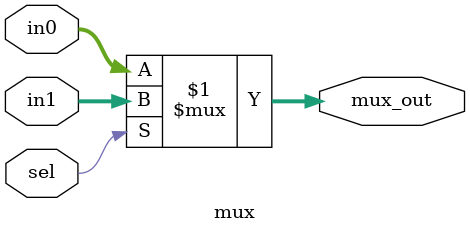
<source format=v>
module mux #(parameter width = 5)
  (input [width-1:0] in0,in1,input sel , output wire [width-1:0] mux_out);  
  assign mux_out = sel ? in1 : in0; //sel=0 in=0 or sel=1 in1
endmodule

</source>
